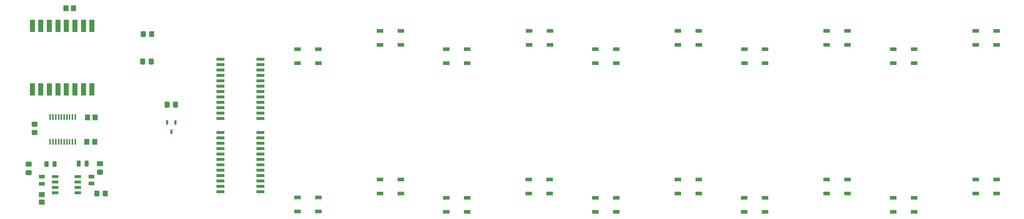
<source format=gtp>
G04 #@! TF.GenerationSoftware,KiCad,Pcbnew,(5.1.10)-1*
G04 #@! TF.CreationDate,2022-05-26T00:57:47+10:00*
G04 #@! TF.ProjectId,UnlockManifolds,556e6c6f-636b-44d6-916e-69666f6c6473,rev?*
G04 #@! TF.SameCoordinates,Original*
G04 #@! TF.FileFunction,Paste,Top*
G04 #@! TF.FilePolarity,Positive*
%FSLAX46Y46*%
G04 Gerber Fmt 4.6, Leading zero omitted, Abs format (unit mm)*
G04 Created by KiCad (PCBNEW (5.1.10)-1) date 2022-05-26 00:57:47*
%MOMM*%
%LPD*%
G01*
G04 APERTURE LIST*
%ADD10R,1.450000X1.150000*%
%ADD11R,1.150000X1.450000*%
%ADD12R,1.390000X0.910000*%
%ADD13R,1.300000X3.000000*%
%ADD14R,1.925000X0.650000*%
%ADD15R,1.550000X0.700000*%
%ADD16R,0.450000X1.475000*%
%ADD17R,1.500000X0.900000*%
%ADD18R,0.600000X1.050000*%
G04 APERTURE END LIST*
D10*
X32766000Y-128916000D03*
X32766000Y-127116000D03*
D11*
X45223000Y-114681000D03*
X43423000Y-114681000D03*
X45350000Y-108966000D03*
X43550000Y-108966000D03*
X40270000Y-83185000D03*
X38470000Y-83185000D03*
D12*
X32766000Y-124581500D03*
X32766000Y-122941500D03*
X44450000Y-124518000D03*
X44450000Y-122878000D03*
D13*
X44592000Y-87369000D03*
X42592000Y-87369000D03*
X40592000Y-87369000D03*
X38592000Y-87369000D03*
X36592000Y-87369000D03*
X34592000Y-87369000D03*
X32592000Y-87369000D03*
X44592000Y-102369000D03*
X42592000Y-102369000D03*
X40592000Y-102369000D03*
X38592000Y-102369000D03*
X36592000Y-102369000D03*
X34592000Y-102369000D03*
X32592000Y-102369000D03*
X30592000Y-87369000D03*
X30592000Y-102369000D03*
D14*
X84214000Y-95186500D03*
X84214000Y-96456500D03*
X84214000Y-97726500D03*
X84214000Y-98996500D03*
X84214000Y-100266500D03*
X84214000Y-101536500D03*
X84214000Y-102806500D03*
X84214000Y-104076500D03*
X84214000Y-105346500D03*
X84214000Y-106616500D03*
X84214000Y-107886500D03*
X84214000Y-109156500D03*
X74790000Y-109156500D03*
X74790000Y-107886500D03*
X74790000Y-106616500D03*
X74790000Y-105346500D03*
X74790000Y-104076500D03*
X74790000Y-102806500D03*
X74790000Y-101536500D03*
X74790000Y-100266500D03*
X74790000Y-98996500D03*
X74790000Y-97726500D03*
X74790000Y-96456500D03*
X74790000Y-95186500D03*
X84214000Y-112522000D03*
X84214000Y-113792000D03*
X84214000Y-115062000D03*
X84214000Y-116332000D03*
X84214000Y-117602000D03*
X84214000Y-118872000D03*
X84214000Y-120142000D03*
X84214000Y-121412000D03*
X84214000Y-122682000D03*
X84214000Y-123952000D03*
X84214000Y-125222000D03*
X84214000Y-126492000D03*
X74790000Y-126492000D03*
X74790000Y-125222000D03*
X74790000Y-123952000D03*
X74790000Y-122682000D03*
X74790000Y-121412000D03*
X74790000Y-120142000D03*
X74790000Y-118872000D03*
X74790000Y-117602000D03*
X74790000Y-116332000D03*
X74790000Y-115062000D03*
X74790000Y-113792000D03*
X74790000Y-112522000D03*
D15*
X41308000Y-122936000D03*
X41308000Y-124206000D03*
X41308000Y-125476000D03*
X41308000Y-126746000D03*
X35908000Y-126746000D03*
X35908000Y-125476000D03*
X35908000Y-124206000D03*
X35908000Y-122936000D03*
D16*
X40644000Y-114698000D03*
X39994000Y-114698000D03*
X39344000Y-114698000D03*
X38694000Y-114698000D03*
X38044000Y-114698000D03*
X37394000Y-114698000D03*
X36744000Y-114698000D03*
X36094000Y-114698000D03*
X35444000Y-114698000D03*
X34794000Y-114698000D03*
X34794000Y-108822000D03*
X35444000Y-108822000D03*
X36094000Y-108822000D03*
X36744000Y-108822000D03*
X37394000Y-108822000D03*
X38044000Y-108822000D03*
X38694000Y-108822000D03*
X39344000Y-108822000D03*
X39994000Y-108822000D03*
X40644000Y-108822000D03*
D17*
X92927000Y-96163400D03*
X92927000Y-92863400D03*
X97827000Y-92863400D03*
X97827000Y-96163400D03*
X112332600Y-91870800D03*
X112332600Y-88570800D03*
X117232600Y-88570800D03*
X117232600Y-91870800D03*
X127928200Y-96163400D03*
X127928200Y-92863400D03*
X132828200Y-92863400D03*
X132828200Y-96163400D03*
X147333800Y-91870800D03*
X147333800Y-88570800D03*
X152233800Y-88570800D03*
X152233800Y-91870800D03*
X162929400Y-96163400D03*
X162929400Y-92863400D03*
X167829400Y-92863400D03*
X167829400Y-96163400D03*
X182309600Y-91870800D03*
X182309600Y-88570800D03*
X187209600Y-88570800D03*
X187209600Y-91870800D03*
X197956000Y-96138000D03*
X197956000Y-92838000D03*
X202856000Y-92838000D03*
X202856000Y-96138000D03*
X217336200Y-91870800D03*
X217336200Y-88570800D03*
X222236200Y-88570800D03*
X222236200Y-91870800D03*
X232931800Y-96138000D03*
X232931800Y-92838000D03*
X237831800Y-92838000D03*
X237831800Y-96138000D03*
X252337400Y-91870800D03*
X252337400Y-88570800D03*
X257237400Y-88570800D03*
X257237400Y-91870800D03*
X257237400Y-123546600D03*
X257237400Y-126846600D03*
X252337400Y-126846600D03*
X252337400Y-123546600D03*
X237831800Y-127915400D03*
X237831800Y-131215400D03*
X232931800Y-131215400D03*
X232931800Y-127915400D03*
X222210800Y-123572000D03*
X222210800Y-126872000D03*
X217310800Y-126872000D03*
X217310800Y-123572000D03*
X202830600Y-127864600D03*
X202830600Y-131164600D03*
X197930600Y-131164600D03*
X197930600Y-127864600D03*
X187235000Y-123572000D03*
X187235000Y-126872000D03*
X182335000Y-126872000D03*
X182335000Y-123572000D03*
X167829400Y-127864600D03*
X167829400Y-131164600D03*
X162929400Y-131164600D03*
X162929400Y-127864600D03*
X152208400Y-123572000D03*
X152208400Y-126872000D03*
X147308400Y-126872000D03*
X147308400Y-123572000D03*
X132828200Y-127864600D03*
X132828200Y-131164600D03*
X127928200Y-131164600D03*
X127928200Y-127864600D03*
X117207200Y-123572000D03*
X117207200Y-126872000D03*
X112307200Y-126872000D03*
X112307200Y-123572000D03*
X97852400Y-127839200D03*
X97852400Y-131139200D03*
X92952400Y-131139200D03*
X92952400Y-127839200D03*
D18*
X63246000Y-112352000D03*
X62296000Y-110152000D03*
X64196000Y-110152000D03*
G36*
G01*
X47136000Y-127323001D02*
X47136000Y-126422999D01*
G75*
G02*
X47385999Y-126173000I249999J0D01*
G01*
X48086001Y-126173000D01*
G75*
G02*
X48336000Y-126422999I0J-249999D01*
G01*
X48336000Y-127323001D01*
G75*
G02*
X48086001Y-127573000I-249999J0D01*
G01*
X47385999Y-127573000D01*
G75*
G02*
X47136000Y-127323001I0J249999D01*
G01*
G37*
G36*
G01*
X45136000Y-127323001D02*
X45136000Y-126422999D01*
G75*
G02*
X45385999Y-126173000I249999J0D01*
G01*
X46086001Y-126173000D01*
G75*
G02*
X46336000Y-126422999I0J-249999D01*
G01*
X46336000Y-127323001D01*
G75*
G02*
X46086001Y-127573000I-249999J0D01*
G01*
X45385999Y-127573000D01*
G75*
G02*
X45136000Y-127323001I0J249999D01*
G01*
G37*
G36*
G01*
X57131000Y-95307999D02*
X57131000Y-96208001D01*
G75*
G02*
X56881001Y-96458000I-249999J0D01*
G01*
X56180999Y-96458000D01*
G75*
G02*
X55931000Y-96208001I0J249999D01*
G01*
X55931000Y-95307999D01*
G75*
G02*
X56180999Y-95058000I249999J0D01*
G01*
X56881001Y-95058000D01*
G75*
G02*
X57131000Y-95307999I0J-249999D01*
G01*
G37*
G36*
G01*
X59131000Y-95307999D02*
X59131000Y-96208001D01*
G75*
G02*
X58881001Y-96458000I-249999J0D01*
G01*
X58180999Y-96458000D01*
G75*
G02*
X57931000Y-96208001I0J249999D01*
G01*
X57931000Y-95307999D01*
G75*
G02*
X58180999Y-95058000I249999J0D01*
G01*
X58881001Y-95058000D01*
G75*
G02*
X59131000Y-95307999I0J-249999D01*
G01*
G37*
G36*
G01*
X30664999Y-111922000D02*
X31565001Y-111922000D01*
G75*
G02*
X31815000Y-112171999I0J-249999D01*
G01*
X31815000Y-112872001D01*
G75*
G02*
X31565001Y-113122000I-249999J0D01*
G01*
X30664999Y-113122000D01*
G75*
G02*
X30415000Y-112872001I0J249999D01*
G01*
X30415000Y-112171999D01*
G75*
G02*
X30664999Y-111922000I249999J0D01*
G01*
G37*
G36*
G01*
X30664999Y-109922000D02*
X31565001Y-109922000D01*
G75*
G02*
X31815000Y-110171999I0J-249999D01*
G01*
X31815000Y-110872001D01*
G75*
G02*
X31565001Y-111122000I-249999J0D01*
G01*
X30664999Y-111122000D01*
G75*
G02*
X30415000Y-110872001I0J249999D01*
G01*
X30415000Y-110171999D01*
G75*
G02*
X30664999Y-109922000I249999J0D01*
G01*
G37*
G36*
G01*
X63646000Y-106368001D02*
X63646000Y-105467999D01*
G75*
G02*
X63895999Y-105218000I249999J0D01*
G01*
X64596001Y-105218000D01*
G75*
G02*
X64846000Y-105467999I0J-249999D01*
G01*
X64846000Y-106368001D01*
G75*
G02*
X64596001Y-106618000I-249999J0D01*
G01*
X63895999Y-106618000D01*
G75*
G02*
X63646000Y-106368001I0J249999D01*
G01*
G37*
G36*
G01*
X61646000Y-106368001D02*
X61646000Y-105467999D01*
G75*
G02*
X61895999Y-105218000I249999J0D01*
G01*
X62596001Y-105218000D01*
G75*
G02*
X62846000Y-105467999I0J-249999D01*
G01*
X62846000Y-106368001D01*
G75*
G02*
X62596001Y-106618000I-249999J0D01*
G01*
X61895999Y-106618000D01*
G75*
G02*
X61646000Y-106368001I0J249999D01*
G01*
G37*
G36*
G01*
X57258000Y-88830999D02*
X57258000Y-89731001D01*
G75*
G02*
X57008001Y-89981000I-249999J0D01*
G01*
X56307999Y-89981000D01*
G75*
G02*
X56058000Y-89731001I0J249999D01*
G01*
X56058000Y-88830999D01*
G75*
G02*
X56307999Y-88581000I249999J0D01*
G01*
X57008001Y-88581000D01*
G75*
G02*
X57258000Y-88830999I0J-249999D01*
G01*
G37*
G36*
G01*
X59258000Y-88830999D02*
X59258000Y-89731001D01*
G75*
G02*
X59008001Y-89981000I-249999J0D01*
G01*
X58307999Y-89981000D01*
G75*
G02*
X58058000Y-89731001I0J249999D01*
G01*
X58058000Y-88830999D01*
G75*
G02*
X58307999Y-88581000I249999J0D01*
G01*
X59008001Y-88581000D01*
G75*
G02*
X59258000Y-88830999I0J-249999D01*
G01*
G37*
G36*
G01*
X30168001Y-120567500D02*
X29267999Y-120567500D01*
G75*
G02*
X29018000Y-120317501I0J249999D01*
G01*
X29018000Y-119617499D01*
G75*
G02*
X29267999Y-119367500I249999J0D01*
G01*
X30168001Y-119367500D01*
G75*
G02*
X30418000Y-119617499I0J-249999D01*
G01*
X30418000Y-120317501D01*
G75*
G02*
X30168001Y-120567500I-249999J0D01*
G01*
G37*
G36*
G01*
X30168001Y-122567500D02*
X29267999Y-122567500D01*
G75*
G02*
X29018000Y-122317501I0J249999D01*
G01*
X29018000Y-121617499D01*
G75*
G02*
X29267999Y-121367500I249999J0D01*
G01*
X30168001Y-121367500D01*
G75*
G02*
X30418000Y-121617499I0J-249999D01*
G01*
X30418000Y-122317501D01*
G75*
G02*
X30168001Y-122567500I-249999J0D01*
G01*
G37*
G36*
G01*
X46932001Y-122440500D02*
X46031999Y-122440500D01*
G75*
G02*
X45782000Y-122190501I0J249999D01*
G01*
X45782000Y-121490499D01*
G75*
G02*
X46031999Y-121240500I249999J0D01*
G01*
X46932001Y-121240500D01*
G75*
G02*
X47182000Y-121490499I0J-249999D01*
G01*
X47182000Y-122190501D01*
G75*
G02*
X46932001Y-122440500I-249999J0D01*
G01*
G37*
G36*
G01*
X46932001Y-120440500D02*
X46031999Y-120440500D01*
G75*
G02*
X45782000Y-120190501I0J249999D01*
G01*
X45782000Y-119490499D01*
G75*
G02*
X46031999Y-119240500I249999J0D01*
G01*
X46932001Y-119240500D01*
G75*
G02*
X47182000Y-119490499I0J-249999D01*
G01*
X47182000Y-120190501D01*
G75*
G02*
X46932001Y-120440500I-249999J0D01*
G01*
G37*
G36*
G01*
X36286500Y-119495250D02*
X36286500Y-120407750D01*
G75*
G02*
X36042750Y-120651500I-243750J0D01*
G01*
X35555250Y-120651500D01*
G75*
G02*
X35311500Y-120407750I0J243750D01*
G01*
X35311500Y-119495250D01*
G75*
G02*
X35555250Y-119251500I243750J0D01*
G01*
X36042750Y-119251500D01*
G75*
G02*
X36286500Y-119495250I0J-243750D01*
G01*
G37*
G36*
G01*
X34411500Y-119495250D02*
X34411500Y-120407750D01*
G75*
G02*
X34167750Y-120651500I-243750J0D01*
G01*
X33680250Y-120651500D01*
G75*
G02*
X33436500Y-120407750I0J243750D01*
G01*
X33436500Y-119495250D01*
G75*
G02*
X33680250Y-119251500I243750J0D01*
G01*
X34167750Y-119251500D01*
G75*
G02*
X34411500Y-119495250I0J-243750D01*
G01*
G37*
G36*
G01*
X42868000Y-120280750D02*
X42868000Y-119368250D01*
G75*
G02*
X43111750Y-119124500I243750J0D01*
G01*
X43599250Y-119124500D01*
G75*
G02*
X43843000Y-119368250I0J-243750D01*
G01*
X43843000Y-120280750D01*
G75*
G02*
X43599250Y-120524500I-243750J0D01*
G01*
X43111750Y-120524500D01*
G75*
G02*
X42868000Y-120280750I0J243750D01*
G01*
G37*
G36*
G01*
X40993000Y-120280750D02*
X40993000Y-119368250D01*
G75*
G02*
X41236750Y-119124500I243750J0D01*
G01*
X41724250Y-119124500D01*
G75*
G02*
X41968000Y-119368250I0J-243750D01*
G01*
X41968000Y-120280750D01*
G75*
G02*
X41724250Y-120524500I-243750J0D01*
G01*
X41236750Y-120524500D01*
G75*
G02*
X40993000Y-120280750I0J243750D01*
G01*
G37*
M02*

</source>
